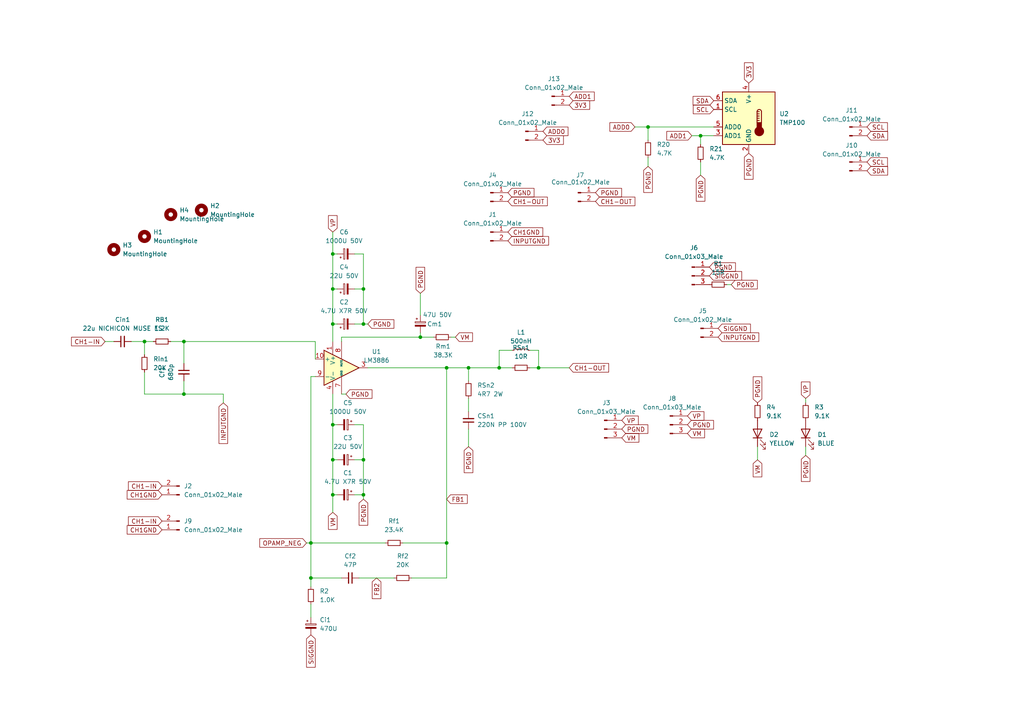
<source format=kicad_sch>
(kicad_sch (version 20231120) (generator "eeschema") (generator_version "8.0")
  (paper "A4")
  (lib_symbols
    (symbol "Amplifier_Audio:LM3886" (pin_names (offset 0.127))
      (property "Reference" "U" (at 5.08 6.35 0))
      (property "Value" "LM3886" (at 5.08 3.81 0))
      (symbol "LM3886_0_1"
        (polyline (pts (xy -5.08 5.08) (xy 5.08 0) (xy -5.08 -5.08) (xy -5.08 5.08)) (stroke (width 0.254)) (fill (type background)))
      )
      (symbol "LM3886_1_1"
        (pin power_in line (at -2.54 7.62 270) (length 3.81) (name "V+") (number "1"))
        (pin input line (at -7.62 2.54 0) (length 2.54) (name "+") (number "10"))
        (pin no_connect line (at 2.54 2.54 270) (length 2.54) hide (name "NC") (number "11"))
        (pin no_connect line (at -2.54 2.54 270) (length 2.54) hide (name "NC") (number "2"))
        (pin output line (at 7.62 0 180) (length 2.54) (name "~") (number "3"))
        (pin power_in line (at -2.54 -7.62 90) (length 3.81) (name "V-") (number "4"))
        (pin passive line (at -2.54 7.62 270) (length 3.81) hide (name "V+") (number "5"))
        (pin no_connect line (at 0 2.54 270) (length 2.54) hide (name "NC") (number "6"))
        (pin power_in line (at 0 -7.62 90) (length 5.08) (name "GND") (number "7"))
        (pin input line (at 0 7.62 270) (length 5.08) (name "MUTE") (number "8"))
        (pin input line (at -7.62 -2.54 0) (length 2.54) (name "-") (number "9"))
      )
    )
    (symbol "Connector:Conn_01x02_Male" (pin_names (offset 1.016) hide)
      (property "Reference" "J" (at 0 2.54 0))
      (property "Value" "Conn_01x02_Male" (at 0 -5.08 0))
      (symbol "Conn_01x02_Male_1_1"
        (polyline (pts (xy 1.27 -2.54) (xy 0.8636 -2.54)) (stroke (width 0.1524)))
        (polyline (pts (xy 1.27 0) (xy 0.8636 0)) (stroke (width 0.1524)))
        (rectangle (start 0.8636 -2.413) (end 0 -2.667) (stroke (width 0.1524)) (fill (type outline)))
        (rectangle (start 0.8636 0.127) (end 0 -0.127) (stroke (width 0.1524)) (fill (type outline)))
        (pin passive line (at 5.08 0 180) (length 3.81) (name "Pin_1") (number "1"))
        (pin passive line (at 5.08 -2.54 180) (length 3.81) (name "Pin_2") (number "2"))
      )
    )
    (symbol "Connector:Conn_01x03_Male" (pin_names (offset 1.016) hide)
      (property "Reference" "J" (at 0 5.08 0))
      (property "Value" "Conn_01x03_Male" (at 0 -5.08 0))
      (symbol "Conn_01x03_Male_1_1"
        (polyline (pts (xy 1.27 -2.54) (xy 0.8636 -2.54)) (stroke (width 0.1524)))
        (polyline (pts (xy 1.27 0) (xy 0.8636 0)) (stroke (width 0.1524)))
        (polyline (pts (xy 1.27 2.54) (xy 0.8636 2.54)) (stroke (width 0.1524)))
        (rectangle (start 0.8636 -2.413) (end 0 -2.667) (stroke (width 0.1524)) (fill (type outline)))
        (rectangle (start 0.8636 0.127) (end 0 -0.127) (stroke (width 0.1524)) (fill (type outline)))
        (rectangle (start 0.8636 2.667) (end 0 2.413) (stroke (width 0.1524)) (fill (type outline)))
        (pin passive line (at 5.08 2.54 180) (length 3.81) (name "Pin_1") (number "1"))
        (pin passive line (at 5.08 0 180) (length 3.81) (name "Pin_2") (number "2"))
        (pin passive line (at 5.08 -2.54 180) (length 3.81) (name "Pin_3") (number "3"))
      )
    )
    (symbol "Device:C_Polarized_Small" (pin_numbers hide) (pin_names (offset 0.254) hide)
      (property "Reference" "C" (at 0.254 1.778 0))
      (property "Value" "C_Polarized_Small" (at 0.254 -2.032 0))
      (symbol "C_Polarized_Small_0_1"
        (rectangle (start -1.524 -0.3048) (end 1.524 -0.6858) (fill (type outline)))
        (rectangle (start -1.524 0.6858) (end 1.524 0.3048))
        (polyline (pts (xy -1.27 1.524) (xy -0.762 1.524)))
        (polyline (pts (xy -1.016 1.27) (xy -1.016 1.778)))
      )
      (symbol "C_Polarized_Small_1_1"
        (pin passive line (at 0 2.54 270) (length 1.8542) (name "~") (number "1"))
        (pin passive line (at 0 -2.54 90) (length 1.8542) (name "~") (number "2"))
      )
    )
    (symbol "Device:C_Small" (pin_numbers hide) (pin_names (offset 0.254) hide)
      (property "Reference" "C" (at 0.254 1.778 0))
      (property "Value" "C_Small" (at 0.254 -2.032 0))
      (symbol "C_Small_0_1"
        (polyline (pts (xy -1.524 -0.508) (xy 1.524 -0.508)) (stroke (width 0.3302)))
        (polyline (pts (xy -1.524 0.508) (xy 1.524 0.508)) (stroke (width 0.3048)))
      )
      (symbol "C_Small_1_1"
        (pin passive line (at 0 2.54 270) (length 2.032) (name "~") (number "1"))
        (pin passive line (at 0 -2.54 90) (length 2.032) (name "~") (number "2"))
      )
    )
    (symbol "Device:LED" (pin_numbers hide) (pin_names (offset 1.016) hide)
      (property "Reference" "D" (at 0 2.54 0))
      (property "Value" "LED" (at 0 -2.54 0))
      (symbol "LED_0_1"
        (polyline (pts (xy -1.27 -1.27) (xy -1.27 1.27)) (stroke (width 0.254)))
        (polyline (pts (xy -1.27 0) (xy 1.27 0)))
        (polyline (pts (xy 1.27 -1.27) (xy 1.27 1.27) (xy -1.27 0) (xy 1.27 -1.27)) (stroke (width 0.254)))
        (polyline (pts (xy -3.048 -0.762) (xy -4.572 -2.286) (xy -3.81 -2.286) (xy -4.572 -2.286) (xy -4.572 -1.524)))
        (polyline (pts (xy -1.778 -0.762) (xy -3.302 -2.286) (xy -2.54 -2.286) (xy -3.302 -2.286) (xy -3.302 -1.524)))
      )
      (symbol "LED_1_1"
        (pin passive line (at -3.81 0 0) (length 2.54) (name "K") (number "1"))
        (pin passive line (at 3.81 0 180) (length 2.54) (name "A") (number "2"))
      )
    )
    (symbol "Device:L_Small" (pin_numbers hide) (pin_names (offset 0.254) hide)
      (property "Reference" "L" (at 0.762 1.016 0))
      (property "Value" "L_Small" (at 0.762 -1.016 0))
      (symbol "L_Small_0_1"
        (arc (start 0 -2.032) (mid 0.5058 -1.524) (end 0 -1.016))
        (arc (start 0 -1.016) (mid 0.5058 -0.508) (end 0 0))
        (arc (start 0 0) (mid 0.5058 0.508) (end 0 1.016))
        (arc (start 0 1.016) (mid 0.5058 1.524) (end 0 2.032))
      )
      (symbol "L_Small_1_1"
        (pin passive line (at 0 2.54 270) (length 0.508) (name "~") (number "1"))
        (pin passive line (at 0 -2.54 90) (length 0.508) (name "~") (number "2"))
      )
    )
    (symbol "Device:R_Small" (pin_numbers hide) (pin_names (offset 0.254) hide)
      (property "Reference" "R" (at 0.762 0.508 0))
      (property "Value" "R_Small" (at 0.762 -1.016 0))
      (symbol "R_Small_0_1"
        (rectangle (start -0.762 1.778) (end 0.762 -1.778) (stroke (width 0.2032)))
      )
      (symbol "R_Small_1_1"
        (pin passive line (at 0 2.54 270) (length 0.762) (name "~") (number "1"))
        (pin passive line (at 0 -2.54 90) (length 0.762) (name "~") (number "2"))
      )
    )
    (symbol "Mechanical:MountingHole" (pin_names (offset 1.016))
      (property "Reference" "H" (at 0 5.08 0))
      (property "Value" "MountingHole" (at 0 3.175 0))
      (symbol "MountingHole_0_1"
        (circle (center 0 0) (radius 1.27) (stroke (width 1.27)))
      )
    )
    (symbol "Sensor_Temperature:TMP100"
      (property "Reference" "U" (at 10.16 6.35 0))
      (property "Value" "TMP100" (at 12.7 3.81 0))
      (symbol "TMP100_0_1"
        (rectangle (start -7.62 7.62) (end 7.62 -7.62) (stroke (width 0.254)) (fill (type background)))
      )
      (symbol "TMP100_1_1"
        (polyline (pts (xy 2.413 -0.635) (xy 3.048 -0.635)) (stroke (width 0.254)))
        (polyline (pts (xy 2.413 0) (xy 3.048 0)) (stroke (width 0.254)))
        (polyline (pts (xy 2.413 0.635) (xy 3.048 0.635)) (stroke (width 0.254)))
        (polyline (pts (xy 2.413 1.27) (xy 3.048 1.27)) (stroke (width 0.254)))
        (polyline (pts (xy 2.413 1.905) (xy 2.413 -1.27)) (stroke (width 0.254)))
        (polyline (pts (xy 2.413 1.905) (xy 3.048 1.905)) (stroke (width 0.254)))
        (polyline (pts (xy 3.683 1.905) (xy 3.683 -1.27)) (stroke (width 0.254)))
        (circle (center 3.048 -3.81) (radius 1.27) (stroke (width 0.254)) (fill (type outline)))
        (rectangle (start 3.683 -3.175) (end 2.413 -1.27) (stroke (width 0.254)) (fill (type outline)))
        (arc (start 3.683 1.905) (mid 3.048 2.5373) (end 2.413 1.905) (stroke (width 0.254)))
        (pin input line (at -10.16 2.54 0) (length 2.54) (name "SCL") (number "1"))
        (pin power_in line (at 0 -10.16 90) (length 2.54) (name "GND") (number "2"))
        (pin input line (at -10.16 -5.08 0) (length 2.54) (name "ADD1") (number "3"))
        (pin power_in line (at 0 10.16 270) (length 2.54) (name "V+") (number "4"))
        (pin input line (at -10.16 -2.54 0) (length 2.54) (name "ADD0") (number "5"))
        (pin bidirectional line (at -10.16 5.08 0) (length 2.54) (name "SDA") (number "6"))
      )
    )
  )
  (junction (at 187.96 36.83))
  (junction (at 96.52 83.82))
  (junction (at 144.78 106.68))
  (junction (at 129.54 106.68))
  (junction (at 96.52 123.19))
  (junction (at 156.21 106.68))
  (junction (at 135.89 106.68))
  (junction (at 53.34 114.3))
  (junction (at 203.2 39.37))
  (junction (at 129.54 157.48))
  (junction (at 90.17 157.48))
  (junction (at 105.41 83.82))
  (junction (at 90.17 167.64))
  (junction (at 121.92 97.79))
  (junction (at 105.41 93.98))
  (junction (at 96.52 73.66))
  (junction (at 41.91 99.06))
  (junction (at 105.41 133.35))
  (junction (at 53.34 99.06))
  (junction (at 96.52 143.51))
  (junction (at 96.52 93.98))
  (junction (at 96.52 133.35))
  (junction (at 105.41 143.51))
  (wire (pts (xy 90.17 157.48) (xy 90.17 167.64)))
  (wire (pts (xy 116.84 157.48) (xy 129.54 157.48)))
  (wire (pts (xy 102.87 133.35) (xy 105.41 133.35)))
  (wire (pts (xy 105.41 83.82) (xy 105.41 93.98)))
  (wire (pts (xy 53.34 99.06) (xy 91.44 99.06)))
  (wire (pts (xy 135.89 115.57) (xy 135.89 119.38)))
  (wire (pts (xy 90.17 157.48) (xy 111.76 157.48)))
  (wire (pts (xy 130.81 97.79) (xy 132.08 97.79)))
  (wire (pts (xy 41.91 114.3) (xy 53.34 114.3)))
  (wire (pts (xy 88.9 157.48) (xy 90.17 157.48)))
  (wire (pts (xy 96.52 133.35) (xy 96.52 143.51)))
  (wire (pts (xy 96.52 123.19) (xy 96.52 133.35)))
  (wire (pts (xy 105.41 143.51) (xy 105.41 144.78)))
  (wire (pts (xy 129.54 106.68) (xy 129.54 157.48)))
  (wire (pts (xy 91.44 99.06) (xy 91.44 104.14)))
  (wire (pts (xy 96.52 133.35) (xy 97.79 133.35)))
  (wire (pts (xy 129.54 157.48) (xy 129.54 167.64)))
  (wire (pts (xy 105.41 73.66) (xy 105.41 83.82)))
  (wire (pts (xy 90.17 109.22) (xy 90.17 157.48)))
  (wire (pts (xy 121.92 96.52) (xy 121.92 97.79)))
  (wire (pts (xy 119.38 167.64) (xy 129.54 167.64)))
  (wire (pts (xy 203.2 41.91) (xy 203.2 39.37)))
  (wire (pts (xy 105.41 93.98) (xy 106.68 93.98)))
  (wire (pts (xy 96.52 143.51) (xy 97.79 143.51)))
  (wire (pts (xy 99.06 114.3) (xy 100.33 114.3)))
  (wire (pts (xy 187.96 45.72) (xy 187.96 48.26)))
  (wire (pts (xy 102.87 73.66) (xy 105.41 73.66)))
  (wire (pts (xy 156.21 106.68) (xy 165.1 106.68)))
  (wire (pts (xy 30.48 99.06) (xy 33.02 99.06)))
  (wire (pts (xy 99.06 97.79) (xy 121.92 97.79)))
  (wire (pts (xy 135.89 106.68) (xy 135.89 110.49)))
  (wire (pts (xy 49.53 99.06) (xy 53.34 99.06)))
  (wire (pts (xy 41.91 99.06) (xy 41.91 102.87)))
  (wire (pts (xy 156.21 101.6) (xy 156.21 106.68)))
  (wire (pts (xy 53.34 114.3) (xy 64.77 114.3)))
  (wire (pts (xy 129.54 106.68) (xy 135.89 106.68)))
  (wire (pts (xy 96.52 83.82) (xy 97.79 83.82)))
  (wire (pts (xy 153.67 106.68) (xy 156.21 106.68)))
  (wire (pts (xy 99.06 167.64) (xy 90.17 167.64)))
  (wire (pts (xy 203.2 39.37) (xy 207.01 39.37)))
  (wire (pts (xy 102.87 143.51) (xy 105.41 143.51)))
  (wire (pts (xy 153.67 101.6) (xy 156.21 101.6)))
  (wire (pts (xy 53.34 110.49) (xy 53.34 114.3)))
  (wire (pts (xy 148.59 101.6) (xy 144.78 101.6)))
  (wire (pts (xy 144.78 106.68) (xy 148.59 106.68)))
  (wire (pts (xy 105.41 133.35) (xy 105.41 143.51)))
  (wire (pts (xy 96.52 73.66) (xy 96.52 83.82)))
  (wire (pts (xy 96.52 73.66) (xy 97.79 73.66)))
  (wire (pts (xy 105.41 123.19) (xy 105.41 133.35)))
  (wire (pts (xy 135.89 106.68) (xy 144.78 106.68)))
  (wire (pts (xy 219.71 133.35) (xy 219.71 129.54)))
  (wire (pts (xy 233.68 132.08) (xy 233.68 129.54)))
  (wire (pts (xy 41.91 107.95) (xy 41.91 114.3)))
  (wire (pts (xy 38.1 99.06) (xy 41.91 99.06)))
  (wire (pts (xy 91.44 109.22) (xy 90.17 109.22)))
  (wire (pts (xy 121.92 97.79) (xy 125.73 97.79)))
  (wire (pts (xy 96.52 83.82) (xy 96.52 93.98)))
  (wire (pts (xy 135.89 124.46) (xy 135.89 129.54)))
  (wire (pts (xy 96.52 123.19) (xy 97.79 123.19)))
  (wire (pts (xy 200.66 39.37) (xy 203.2 39.37)))
  (wire (pts (xy 99.06 97.79) (xy 99.06 99.06)))
  (wire (pts (xy 102.87 83.82) (xy 105.41 83.82)))
  (wire (pts (xy 210.82 82.55) (xy 212.09 82.55)))
  (wire (pts (xy 184.15 36.83) (xy 187.96 36.83)))
  (wire (pts (xy 187.96 36.83) (xy 207.01 36.83)))
  (wire (pts (xy 90.17 175.26) (xy 90.17 179.07)))
  (wire (pts (xy 121.92 85.09) (xy 121.92 91.44)))
  (wire (pts (xy 90.17 167.64) (xy 90.17 170.18)))
  (wire (pts (xy 102.87 93.98) (xy 105.41 93.98)))
  (wire (pts (xy 96.52 114.3) (xy 96.52 123.19)))
  (wire (pts (xy 106.68 106.68) (xy 129.54 106.68)))
  (wire (pts (xy 96.52 93.98) (xy 97.79 93.98)))
  (wire (pts (xy 96.52 143.51) (xy 96.52 148.59)))
  (wire (pts (xy 53.34 99.06) (xy 53.34 105.41)))
  (wire (pts (xy 64.77 114.3) (xy 64.77 116.84)))
  (wire (pts (xy 104.14 167.64) (xy 114.3 167.64)))
  (wire (pts (xy 203.2 50.8) (xy 203.2 46.99)))
  (wire (pts (xy 144.78 101.6) (xy 144.78 106.68)))
  (wire (pts (xy 102.87 123.19) (xy 105.41 123.19)))
  (wire (pts (xy 233.68 115.57) (xy 233.68 116.84)))
  (wire (pts (xy 41.91 99.06) (xy 44.45 99.06)))
  (wire (pts (xy 96.52 93.98) (xy 96.52 99.06)))
  (wire (pts (xy 96.52 67.31) (xy 96.52 73.66)))
  (wire (pts (xy 187.96 40.64) (xy 187.96 36.83)))
  (global_label "CH1-OUT" (shape input) (at 165.1 106.68 0) (property "Intersheetrefs" "${INTERSHEET_REFS}" (effects (hide yes))))
  (global_label "VP" (shape input) (at 233.68 115.57 90) (property "Intersheetrefs" "${INTERSHEET_REFS}" (effects (hide yes))))
  (global_label "PGND" (shape input) (at 233.68 132.08 270) (property "Intersheetrefs" "${INTERSHEET_REFS}" (effects (hide yes))))
  (global_label "3V3" (shape input) (at 165.1 30.48 0) (property "Intersheetrefs" "${INTERSHEET_REFS}" (effects (hide yes))))
  (global_label "PGND" (shape input) (at 187.96 48.26 270) (property "Intersheetrefs" "${INTERSHEET_REFS}" (effects (hide yes))))
  (global_label "PGND" (shape input) (at 105.41 144.78 270) (property "Intersheetrefs" "${INTERSHEET_REFS}" (effects (hide yes))))
  (global_label "3V3" (shape input) (at 157.48 40.64 0) (property "Intersheetrefs" "${INTERSHEET_REFS}" (effects (hide yes))))
  (global_label "CH1-IN" (shape input) (at 46.99 140.97 180) (property "Intersheetrefs" "${INTERSHEET_REFS}" (effects (hide yes))))
  (global_label "PGND" (shape input) (at 180.34 124.46 0) (property "Intersheetrefs" "${INTERSHEET_REFS}" (effects (hide yes))))
  (global_label "ADD0" (shape input) (at 184.15 36.83 180) (property "Intersheetrefs" "${INTERSHEET_REFS}" (effects (hide yes))))
  (global_label "CH1-IN" (shape input) (at 30.48 99.06 180) (property "Intersheetrefs" "${INTERSHEET_REFS}" (effects (hide yes))))
  (global_label "PGND" (shape input) (at 199.39 123.19 0) (property "Intersheetrefs" "${INTERSHEET_REFS}" (effects (hide yes))))
  (global_label "PGND" (shape input) (at 212.09 82.55 0) (property "Intersheetrefs" "${INTERSHEET_REFS}" (effects (hide yes))))
  (global_label "VP" (shape input) (at 180.34 121.92 0) (property "Intersheetrefs" "${INTERSHEET_REFS}" (effects (hide yes))))
  (global_label "SIGGND" (shape input) (at 90.17 184.15 270) (property "Intersheetrefs" "${INTERSHEET_REFS}" (effects (hide yes))))
  (global_label "SIGGND" (shape input) (at 205.74 80.01 0) (property "Intersheetrefs" "${INTERSHEET_REFS}" (effects (hide yes))))
  (global_label "OPAMP_NEG" (shape input) (at 88.9 157.48 180) (property "Intersheetrefs" "${INTERSHEET_REFS}" (effects (hide yes))))
  (global_label "PGND" (shape input) (at 121.92 85.09 90) (property "Intersheetrefs" "${INTERSHEET_REFS}" (effects (hide yes))))
  (global_label "PGND" (shape input) (at 205.74 77.47 0) (property "Intersheetrefs" "${INTERSHEET_REFS}" (effects (hide yes))))
  (global_label "ADD1" (shape input) (at 200.66 39.37 180) (property "Intersheetrefs" "${INTERSHEET_REFS}" (effects (hide yes))))
  (global_label "VM" (shape input) (at 180.34 127 0) (property "Intersheetrefs" "${INTERSHEET_REFS}" (effects (hide yes))))
  (global_label "INPUTGND" (shape input) (at 147.32 69.85 0) (property "Intersheetrefs" "${INTERSHEET_REFS}" (effects (hide yes))))
  (global_label "PGND" (shape input) (at 100.33 114.3 0) (property "Intersheetrefs" "${INTERSHEET_REFS}" (effects (hide yes))))
  (global_label "ADD1" (shape input) (at 165.1 27.94 0) (property "Intersheetrefs" "${INTERSHEET_REFS}" (effects (hide yes))))
  (global_label "VM" (shape input) (at 219.71 133.35 270) (property "Intersheetrefs" "${INTERSHEET_REFS}" (effects (hide yes))))
  (global_label "3V3" (shape input) (at 217.17 24.13 90) (property "Intersheetrefs" "${INTERSHEET_REFS}" (effects (hide yes))))
  (global_label "FB2" (shape input) (at 109.22 167.64 270) (property "Intersheetrefs" "${INTERSHEET_REFS}" (effects (hide yes))))
  (global_label "ADD0" (shape input) (at 157.48 38.1 0) (property "Intersheetrefs" "${INTERSHEET_REFS}" (effects (hide yes))))
  (global_label "VP" (shape input) (at 96.52 67.31 90) (property "Intersheetrefs" "${INTERSHEET_REFS}" (effects (hide yes))))
  (global_label "SCL" (shape input) (at 207.01 31.75 180) (property "Intersheetrefs" "${INTERSHEET_REFS}" (effects (hide yes))))
  (global_label "SIGGND" (shape input) (at 208.28 95.25 0) (property "Intersheetrefs" "${INTERSHEET_REFS}" (effects (hide yes))))
  (global_label "PGND" (shape input) (at 172.72 55.88 0) (property "Intersheetrefs" "${INTERSHEET_REFS}" (effects (hide yes))))
  (global_label "CH1-IN" (shape input) (at 46.99 151.13 180) (property "Intersheetrefs" "${INTERSHEET_REFS}" (effects (hide yes))))
  (global_label "VM" (shape input) (at 199.39 125.73 0) (property "Intersheetrefs" "${INTERSHEET_REFS}" (effects (hide yes))))
  (global_label "PGND" (shape input) (at 203.2 50.8 270) (property "Intersheetrefs" "${INTERSHEET_REFS}" (effects (hide yes))))
  (global_label "PGND" (shape input) (at 217.17 44.45 270) (property "Intersheetrefs" "${INTERSHEET_REFS}" (effects (hide yes))))
  (global_label "SDA" (shape input) (at 251.46 39.37 0) (property "Intersheetrefs" "${INTERSHEET_REFS}" (effects (hide yes))))
  (global_label "PGND" (shape input) (at 219.71 116.84 90) (property "Intersheetrefs" "${INTERSHEET_REFS}" (effects (hide yes))))
  (global_label "CH1GND" (shape input) (at 46.99 143.51 180) (property "Intersheetrefs" "${INTERSHEET_REFS}" (effects (hide yes))))
  (global_label "CH1GND" (shape input) (at 147.32 67.31 0) (property "Intersheetrefs" "${INTERSHEET_REFS}" (effects (hide yes))))
  (global_label "CH1-OUT" (shape input) (at 172.72 58.42 0) (property "Intersheetrefs" "${INTERSHEET_REFS}" (effects (hide yes))))
  (global_label "PGND" (shape input) (at 106.68 93.98 0) (property "Intersheetrefs" "${INTERSHEET_REFS}" (effects (hide yes))))
  (global_label "INPUTGND" (shape input) (at 64.77 116.84 270) (property "Intersheetrefs" "${INTERSHEET_REFS}" (effects (hide yes))))
  (global_label "VM" (shape input) (at 132.08 97.79 0) (property "Intersheetrefs" "${INTERSHEET_REFS}" (effects (hide yes))))
  (global_label "VM" (shape input) (at 96.52 148.59 270) (property "Intersheetrefs" "${INTERSHEET_REFS}" (effects (hide yes))))
  (global_label "SDA" (shape input) (at 251.46 49.53 0) (property "Intersheetrefs" "${INTERSHEET_REFS}" (effects (hide yes))))
  (global_label "CH1-OUT" (shape input) (at 147.32 58.42 0) (property "Intersheetrefs" "${INTERSHEET_REFS}" (effects (hide yes))))
  (global_label "FB1" (shape input) (at 129.54 144.78 0) (property "Intersheetrefs" "${INTERSHEET_REFS}" (effects (hide yes))))
  (global_label "SCL" (shape input) (at 251.46 36.83 0) (property "Intersheetrefs" "${INTERSHEET_REFS}" (effects (hide yes))))
  (global_label "CH1GND" (shape input) (at 46.99 153.67 180) (property "Intersheetrefs" "${INTERSHEET_REFS}" (effects (hide yes))))
  (global_label "SCL" (shape input) (at 251.46 46.99 0) (property "Intersheetrefs" "${INTERSHEET_REFS}" (effects (hide yes))))
  (global_label "INPUTGND" (shape input) (at 208.28 97.79 0) (property "Intersheetrefs" "${INTERSHEET_REFS}" (effects (hide yes))))
  (global_label "SDA" (shape input) (at 207.01 29.21 180) (property "Intersheetrefs" "${INTERSHEET_REFS}" (effects (hide yes))))
  (global_label "PGND" (shape input) (at 147.32 55.88 0) (property "Intersheetrefs" "${INTERSHEET_REFS}" (effects (hide yes))))
  (global_label "VP" (shape input) (at 199.39 120.65 0) (property "Intersheetrefs" "${INTERSHEET_REFS}" (effects (hide yes))))
  (global_label "PGND" (shape input) (at 135.89 129.54 270) (property "Intersheetrefs" "${INTERSHEET_REFS}" (effects (hide yes))))
  (symbol (lib_id "Connector:Conn_01x03_Male") (at 175.26 124.46 0) (unit 1)
    (property "Reference" "J3" (at 175.895 116.84 0))
    (property "Value" "Conn_01x03_Male" (at 175.895 119.38 0))
    (property "Footprint" "Connector_JST:JST_VH_B3P-VH-B_1x03_P3.96mm_Vertical" (effects (hide yes)))
  )
  (symbol (lib_id "Device:R_Small") (at 233.68 119.38 180) (unit 1)
    (property "Reference" "R3" (at 236.22 118.1099 0) (effects (justify right)))
    (property "Value" "9.1K" (at 236.22 120.6499 0) (effects (justify right)))
    (property "Footprint" "Resistor_SMD:R_0805_2012Metric_Pad1.20x1.40mm_HandSolder" (effects (hide yes)))
  )
  (symbol (lib_id "Device:C_Polarized_Small") (at 100.33 143.51 270) (unit 1)
    (property "Reference" "C1" (at 100.8761 137.16 90))
    (property "Value" "4.7U X7R 50V" (at 100.8761 139.7 90))
    (property "Footprint" "Capacitor_SMD:C_1206_3216Metric_Pad1.33x1.80mm_HandSolder" (effects (hide yes)))
  )
  (symbol (lib_id "Mechanical:MountingHole") (at 49.53 62.23 0) (unit 1)
    (property "Reference" "H4" (at 52.07 60.9599 0) (effects (justify left)))
    (property "Value" "MountingHole" (at 52.07 63.4999 0) (effects (justify left)))
    (property "Footprint" "MountingHole:MountingHole_3mm" (effects (hide yes)))
  )
  (symbol (lib_id "Device:R_Small") (at 208.28 82.55 90) (unit 1)
    (property "Reference" "R1" (at 208.28 76.454 90))
    (property "Value" "15R" (at 208.28 78.994 90))
    (property "Footprint" "Resistor_SMD:R_1206_3216Metric_Pad1.30x1.75mm_HandSolder" (effects (hide yes)))
  )
  (symbol (lib_id "Device:C_Polarized_Small") (at 90.17 181.61 0) (unit 1)
    (property "Reference" "Ci1" (at 92.71 179.7938 0) (effects (justify left)))
    (property "Value" "470U" (at 92.71 182.3338 0) (effects (justify left)))
    (property "Footprint" "Capacitor_THT:CP_Radial_D12.5mm_P5.00mm" (effects (hide yes)))
  )
  (symbol (lib_id "Device:R_Small") (at 135.89 113.03 180) (unit 1)
    (property "Reference" "RSn2" (at 138.43 111.7599 0) (effects (justify right)))
    (property "Value" "4R7 2W" (at 138.43 114.2999 0) (effects (justify right)))
    (property "Footprint" "Resistor_SMD:R_2512_6332Metric_Pad1.40x3.35mm_HandSolder" (effects (hide yes)))
  )
  (symbol (lib_id "Device:R_Small") (at 114.3 157.48 270) (unit 1)
    (property "Reference" "Rf1" (at 114.3 151.13 90))
    (property "Value" "23.4K" (at 114.3 153.67 90))
    (property "Footprint" "Resistor_SMD:R_1206_3216Metric_Pad1.30x1.75mm_HandSolder" (effects (hide yes)))
  )
  (symbol (lib_id "Connector:Conn_01x02_Male") (at 52.07 143.51 180) (unit 1)
    (property "Reference" "J2" (at 53.34 140.9699 0) (effects (justify right)))
    (property "Value" "Conn_01x02_Male" (at 53.34 143.5099 0) (effects (justify right)))
    (property "Footprint" "Connector_JST:JST_PH_B2B-PH-K_1x02_P2.00mm_Vertical" (effects (hide yes)))
  )
  (symbol (lib_id "Device:R_Small") (at 90.17 172.72 0) (unit 1)
    (property "Reference" "R2" (at 92.71 171.4499 0) (effects (justify left)))
    (property "Value" "1.0K" (at 92.71 173.9899 0) (effects (justify left)))
    (property "Footprint" "Resistor_SMD:R_1206_3216Metric_Pad1.30x1.75mm_HandSolder" (effects (hide yes)))
  )
  (symbol (lib_id "Connector:Conn_01x02_Male") (at 167.64 55.88 0) (unit 1)
    (property "Reference" "J7" (at 168.275 50.8 0))
    (property "Value" "Conn_01x02_Male" (at 168.402 52.832 0))
    (property "Footprint" "Connector_JST:JST_VH_B2P-VH_1x02_P3.96mm_Vertical" (effects (hide yes)))
  )
  (symbol (lib_id "Connector:Conn_01x02_Male") (at 246.38 46.99 0) (unit 1)
    (property "Reference" "J10" (at 247.015 42.164 0))
    (property "Value" "Conn_01x02_Male" (at 247.015 44.704 0))
    (property "Footprint" "Connector_JST:JST_PH_B2B-PH-K_1x02_P2.00mm_Vertical" (effects (hide yes)))
  )
  (symbol (lib_id "Device:C_Small") (at 35.56 99.06 90) (unit 1)
    (property "Reference" "Cin1" (at 35.5663 92.71 90))
    (property "Value" "22u NICHICON MUSE ES" (at 35.5663 95.25 90))
    (property "Footprint" "Capacitor_THT:C_Radial_D10.0mm_H12.5mm_P5.00mm" (effects (hide yes)))
  )
  (symbol (lib_id "Mechanical:MountingHole") (at 33.02 72.39 0) (unit 1)
    (property "Reference" "H3" (at 35.56 71.1199 0) (effects (justify left)))
    (property "Value" "MountingHole" (at 35.56 73.6599 0) (effects (justify left)))
    (property "Footprint" "MountingHole:MountingHole_3mm" (effects (hide yes)))
  )
  (symbol (lib_id "Device:C_Small") (at 53.34 107.95 0) (unit 1)
    (property "Reference" "Cf1" (at 46.99 107.9564 90))
    (property "Value" "680p" (at 49.53 107.9564 90))
    (property "Footprint" "Capacitor_SMD:C_1206_3216Metric_Pad1.33x1.80mm_HandSolder" (effects (hide yes)))
  )
  (symbol (lib_id "Device:R_Small") (at 116.84 167.64 270) (unit 1)
    (property "Reference" "Rf2" (at 116.84 161.29 90))
    (property "Value" "20K" (at 116.84 163.83 90))
    (property "Footprint" "Resistor_SMD:R_1206_3216Metric_Pad1.30x1.75mm_HandSolder" (effects (hide yes)))
  )
  (symbol (lib_id "Device:R_Small") (at 219.71 119.38 180) (unit 1)
    (property "Reference" "R4" (at 222.25 118.1099 0) (effects (justify right)))
    (property "Value" "9.1K" (at 222.25 120.6499 0) (effects (justify right)))
    (property "Footprint" "Resistor_SMD:R_0805_2012Metric_Pad1.20x1.40mm_HandSolder" (effects (hide yes)))
  )
  (symbol (lib_id "Mechanical:MountingHole") (at 41.91 68.58 0) (unit 1)
    (property "Reference" "H1" (at 44.45 67.3099 0) (effects (justify left)))
    (property "Value" "MountingHole" (at 44.45 69.8499 0) (effects (justify left)))
    (property "Footprint" "MountingHole:MountingHole_3mm" (effects (hide yes)))
  )
  (symbol (lib_id "Device:R_Small") (at 187.96 43.18 180) (unit 1)
    (property "Reference" "R20" (at 190.5 41.9099 0) (effects (justify right)))
    (property "Value" "4.7K" (at 190.5 44.4499 0) (effects (justify right)))
    (property "Footprint" "Resistor_SMD:R_0603_1608Metric_Pad0.98x0.95mm_HandSolder" (effects (hide yes)))
  )
  (symbol (lib_id "Device:LED") (at 219.71 125.73 90) (unit 1)
    (property "Reference" "D2" (at 223.139 126.0474 90) (effects (justify right)))
    (property "Value" "YELLOW" (at 223.139 128.5874 90) (effects (justify right)))
    (property "Footprint" "LED_SMD:LED_0805_2012Metric_Pad1.15x1.40mm_HandSolder" (effects (hide yes)))
  )
  (symbol (lib_id "Device:R_Small") (at 41.91 105.41 180) (unit 1)
    (property "Reference" "Rin1" (at 44.45 104.1399 0) (effects (justify right)))
    (property "Value" "20K" (at 44.45 106.6799 0) (effects (justify right)))
    (property "Footprint" "Resistor_SMD:R_1206_3216Metric_Pad1.30x1.75mm_HandSolder" (effects (hide yes)))
  )
  (symbol (lib_id "Device:C_Small") (at 101.6 167.64 270) (unit 1)
    (property "Reference" "Cf2" (at 101.5936 161.29 90))
    (property "Value" "47P" (at 101.5936 163.83 90))
    (property "Footprint" "Capacitor_SMD:C_1206_3216Metric_Pad1.33x1.80mm_HandSolder" (effects (hide yes)))
  )
  (symbol (lib_id "Device:R_Small") (at 151.13 106.68 270) (unit 1)
    (property "Reference" "RSn1" (at 151.13 100.838 90))
    (property "Value" "10R" (at 151.13 103.378 90))
    (property "Footprint" "Resistor_SMD:R_4020_10251Metric_Pad1.65x5.30mm_HandSolder" (effects (hide yes)))
  )
  (symbol (lib_id "Connector:Conn_01x02_Male") (at 142.24 67.31 0) (unit 1)
    (property "Reference" "J1" (at 142.875 62.23 0))
    (property "Value" "Conn_01x02_Male" (at 142.875 64.77 0))
    (property "Footprint" "Connector_PinHeader_2.54mm:PinHeader_1x02_P2.54mm_Vertical" (effects (hide yes)))
  )
  (symbol (lib_id "Mechanical:MountingHole") (at 58.42 60.96 0) (unit 1)
    (property "Reference" "H2" (at 60.96 59.6899 0) (effects (justify left)))
    (property "Value" "MountingHole" (at 60.96 62.2299 0) (effects (justify left)))
    (property "Footprint" "MountingHole:MountingHole_3mm" (effects (hide yes)))
  )
  (symbol (lib_id "Connector:Conn_01x02_Male") (at 142.24 55.88 0) (unit 1)
    (property "Reference" "J4" (at 142.875 50.8 0))
    (property "Value" "Conn_01x02_Male" (at 142.875 53.34 0))
    (property "Footprint" "Connector_JST:JST_VH_B2P-VH_1x02_P3.96mm_Vertical" (effects (hide yes)))
  )
  (symbol (lib_id "Connector:Conn_01x02_Male") (at 203.2 95.25 0) (unit 1)
    (property "Reference" "J5" (at 203.835 90.17 0))
    (property "Value" "Conn_01x02_Male" (at 203.835 92.71 0))
    (property "Footprint" "Connector_PinHeader_2.54mm:PinHeader_1x02_P2.54mm_Vertical" (effects (hide yes)))
  )
  (symbol (lib_id "Device:C_Polarized_Small") (at 100.33 83.82 90) (unit 1)
    (property "Reference" "C4" (at 99.7839 77.47 90))
    (property "Value" "22U 50V" (at 99.7839 80.01 90))
    (property "Footprint" "Capacitor_THT:CP_Radial_D6.3mm_P2.50mm" (effects (hide yes)))
  )
  (symbol (lib_id "Device:R_Small") (at 203.2 44.45 180) (unit 1)
    (property "Reference" "R21" (at 205.74 43.1799 0) (effects (justify right)))
    (property "Value" "4.7K" (at 205.74 45.7199 0) (effects (justify right)))
    (property "Footprint" "Resistor_SMD:R_0603_1608Metric_Pad0.98x0.95mm_HandSolder" (effects (hide yes)))
  )
  (symbol (lib_id "Device:C_Small") (at 135.89 121.92 180) (unit 1)
    (property "Reference" "CSn1" (at 138.43 120.6435 0) (effects (justify right)))
    (property "Value" "220N PP 100V" (at 138.43 123.1835 0) (effects (justify right)))
    (property "Footprint" "Capacitor_THT:C_Rect_L18.0mm_W7.0mm_P15.00mm_FKS3_FKP3" (effects (hide yes)))
  )
  (symbol (lib_id "Device:R_Small") (at 46.99 99.06 90) (unit 1)
    (property "Reference" "RB1" (at 46.99 92.71 90))
    (property "Value" "1.2K" (at 46.99 95.25 90))
    (property "Footprint" "Resistor_SMD:R_1206_3216Metric_Pad1.30x1.75mm_HandSolder" (effects (hide yes)))
  )
  (symbol (lib_id "Amplifier_Audio:LM3886") (at 99.06 106.68 0) (unit 1)
    (property "Reference" "U1" (at 109.22 101.981 0))
    (property "Value" "LM3886" (at 109.22 104.521 0))
    (property "Footprint" "Package_TO_SOT_THT:TO-220-11_P3.4x5.08mm_StaggerOdd_Lead4.85mm_Vertical" (effects (hide yes)))
    (property "Datasheet" "http://www.ti.com/lit/ds/symlink/lm3886.pdf" (effects (hide yes)))
  )
  (symbol (lib_id "Connector:Conn_01x02_Male") (at 52.07 153.67 180) (unit 1)
    (property "Reference" "J9" (at 53.34 151.1299 0) (effects (justify right)))
    (property "Value" "Conn_01x02_Male" (at 53.34 153.6699 0) (effects (justify right)))
    (property "Footprint" "Connector_JST:JST_PH_B2B-PH-K_1x02_P2.00mm_Vertical" (effects (hide yes)))
  )
  (symbol (lib_id "Device:C_Polarized_Small") (at 121.92 93.98 0) (unit 1)
    (property "Reference" "Cm1" (at 128.27 93.98 0) (effects (justify right)))
    (property "Value" "47U 50V" (at 131.064 91.313 0) (effects (justify right)))
    (property "Footprint" "Capacitor_THT:CP_Radial_D6.3mm_P2.50mm" (effects (hide yes)))
  )
  (symbol (lib_id "Device:LED") (at 233.68 125.73 90) (unit 1)
    (property "Reference" "D1" (at 237.109 126.0474 90) (effects (justify right)))
    (property "Value" "BLUE" (at 237.109 128.5874 90) (effects (justify right)))
    (property "Footprint" "LED_SMD:LED_0805_2012Metric_Pad1.15x1.40mm_HandSolder" (effects (hide yes)))
  )
  (symbol (lib_id "Device:C_Polarized_Small") (at 100.33 93.98 90) (unit 1)
    (property "Reference" "C2" (at 99.7839 87.63 90))
    (property "Value" "4.7U X7R 50V" (at 99.7839 90.17 90))
    (property "Footprint" "Capacitor_SMD:C_1206_3216Metric_Pad1.33x1.80mm_HandSolder" (effects (hide yes)))
  )
  (symbol (lib_id "Device:R_Small") (at 128.27 97.79 90) (unit 1)
    (property "Reference" "Rm1" (at 128.524 100.457 90))
    (property "Value" "38.3K" (at 128.524 102.997 90))
    (property "Footprint" "Resistor_SMD:R_1206_3216Metric_Pad1.30x1.75mm_HandSolder" (effects (hide yes)))
  )
  (symbol (lib_id "Connector:Conn_01x03_Male") (at 194.31 123.19 0) (unit 1)
    (property "Reference" "J8" (at 194.945 115.57 0))
    (property "Value" "Conn_01x03_Male" (at 194.945 118.11 0))
    (property "Footprint" "Connector_JST:JST_VH_B3P-VH-B_1x03_P3.96mm_Vertical" (effects (hide yes)))
  )
  (symbol (lib_id "Connector:Conn_01x02_Male") (at 152.4 38.1 0) (unit 1)
    (property "Reference" "J12" (at 153.035 33.02 0))
    (property "Value" "Conn_01x02_Male" (at 153.035 35.56 0))
    (property "Footprint" "Connector_PinHeader_2.54mm:PinHeader_1x02_P2.54mm_Vertical" (effects (hide yes)))
  )
  (symbol (lib_id "Connector:Conn_01x02_Male") (at 160.02 27.94 0) (unit 1)
    (property "Reference" "J13" (at 160.655 22.86 0))
    (property "Value" "Conn_01x02_Male" (at 160.655 25.4 0))
    (property "Footprint" "Connector_PinHeader_2.54mm:PinHeader_1x02_P2.54mm_Vertical" (effects (hide yes)))
  )
  (symbol (lib_id "Connector:Conn_01x03_Male") (at 200.66 80.01 0) (unit 1)
    (property "Reference" "J6" (at 201.295 71.882 0))
    (property "Value" "Conn_01x03_Male" (at 201.295 74.422 0))
    (property "Footprint" "Connector_PinHeader_2.54mm:PinHeader_1x03_P2.54mm_Vertical" (effects (hide yes)))
  )
  (symbol (lib_id "Sensor_Temperature:TMP100") (at 217.17 34.29 0) (unit 1)
    (property "Reference" "U2" (at 226.06 33.0199 0) (effects (justify left)))
    (property "Value" "TMP100" (at 226.06 35.5599 0) (effects (justify left)))
    (property "Footprint" "Package_TO_SOT_SMD:SOT-23-6" (effects (hide yes)))
    (property "Datasheet" "http://www.ti.com/lit/gpn/tmp100" (effects (hide yes)))
    (property "Description" "Temperature Sensor with I2C/SMBus Interface, SOT-23-6" (effects (hide yes)))
  )
  (symbol (lib_id "Device:C_Polarized_Small") (at 100.33 123.19 270) (unit 1)
    (property "Reference" "C5" (at 100.8761 116.84 90))
    (property "Value" "1000U 50V" (at 100.8761 119.38 90))
    (property "Footprint" "Capacitor_THT:CP_Radial_D12.5mm_P5.00mm" (effects (hide yes)))
  )
  (symbol (lib_id "Device:C_Polarized_Small") (at 100.33 133.35 270) (unit 1)
    (property "Reference" "C3" (at 100.8761 127 90))
    (property "Value" "22U 50V" (at 100.8761 129.54 90))
    (property "Footprint" "Capacitor_THT:CP_Radial_D6.3mm_P2.50mm" (effects (hide yes)))
  )
  (symbol (lib_id "Device:L_Small") (at 151.13 101.6 90) (unit 1)
    (property "Reference" "L1" (at 151.13 96.393 90))
    (property "Value" "500nH" (at 151.13 98.933 90))
    (property "Footprint" "Components:500nH Inductor Aliexpress Air Gap" (effects (hide yes)))
  )
  (symbol (lib_id "Connector:Conn_01x02_Male") (at 246.38 36.83 0) (unit 1)
    (property "Reference" "J11" (at 247.015 32.004 0))
    (property "Value" "Conn_01x02_Male" (at 247.015 34.544 0))
    (property "Footprint" "Connector_JST:JST_PH_B2B-PH-K_1x02_P2.00mm_Vertical" (effects (hide yes)))
  )
  (symbol (lib_id "Device:C_Polarized_Small") (at 100.33 73.66 90) (unit 1)
    (property "Reference" "C6" (at 99.7839 67.31 90))
    (property "Value" "1000U 50V" (at 99.7839 69.85 90))
    (property "Footprint" "Capacitor_THT:CP_Radial_D12.5mm_P5.00mm" (effects (hide yes)))
  )
)
</source>
